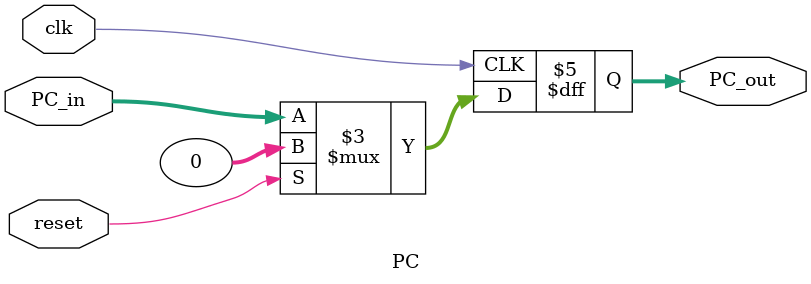
<source format=sv>
module PC ( clk, reset, PC_in, PC_out );
input  logic clk, reset;
input  logic [ 31:0 ] PC_in;
output logic [ 31:0 ] PC_out;
always_ff @( posedge clk )
begin
        if ( reset ) begin
        PC_out <= 32'b0;
        end
        else begin
        PC_out <= PC_in; 
        end
end
endmodule
</source>
